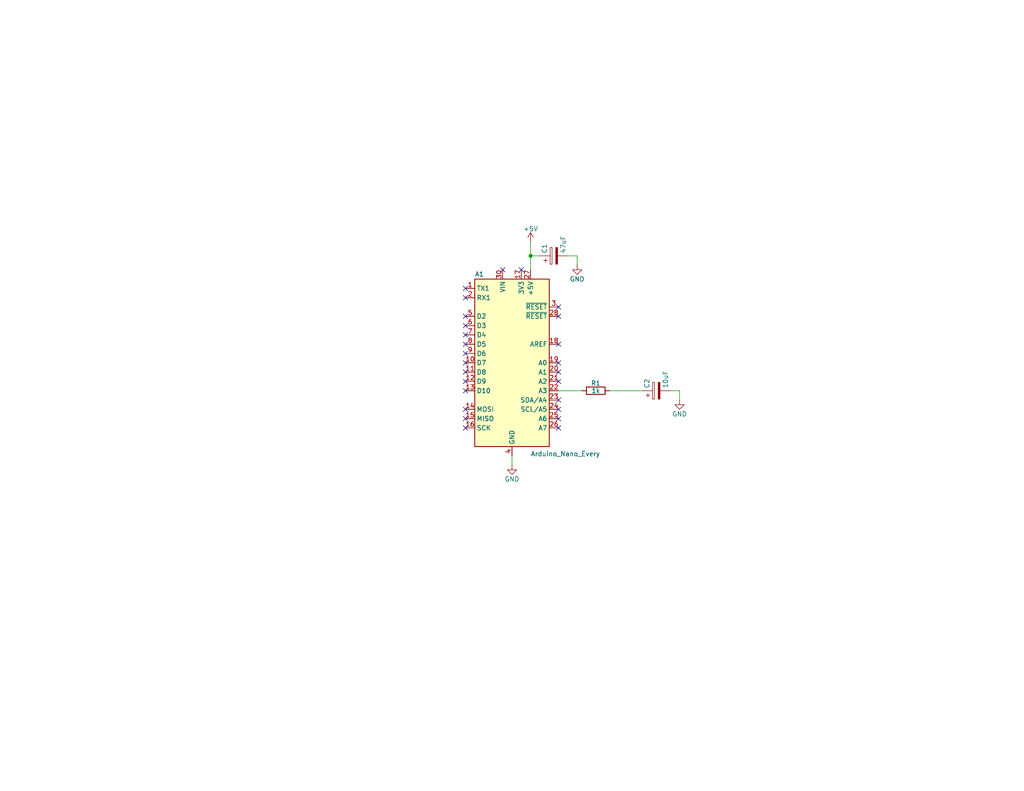
<source format=kicad_sch>
(kicad_sch (version 20231120) (generator "eeschema") (generator_version "8.0")
  (paper "A")
  (title_block (title "Power Loss Detection") (company "Perry Leumas") (comment 1 "Source: https://www.youtube.com/watch?v=i2YsKacRZOs&t=392s"))
  (lib_symbols
    (symbol "Device:C_Polarized" (pin_numbers hide) (pin_names (offset 0.254))
      (property "Reference" "C" (at 0.635 2.54 0))
      (property "Value" "C_Polarized" (at 0.635 -2.54 0))
      (symbol "C_Polarized_0_1"
        (rectangle (start -2.286 0.508) (end 2.286 1.016))
        (polyline (pts (xy -1.778 2.286) (xy -0.762 2.286)))
        (polyline (pts (xy -1.27 2.794) (xy -1.27 1.778)))
        (rectangle (start 2.286 -0.508) (end -2.286 -1.016) (fill (type outline)))
      )
      (symbol "C_Polarized_1_1"
        (pin passive line (at 0 3.81 270) (length 2.794) (name "~") (number "1"))
        (pin passive line (at 0 -3.81 90) (length 2.794) (name "~") (number "2"))
      )
    )
    (symbol "Device:R" (pin_numbers hide) (pin_names (offset 0))
      (property "Reference" "R" (at 2.032 0 90))
      (property "Value" "R" (at 0 0 90))
      (symbol "R_0_1"
        (rectangle (start -1.016 -2.54) (end 1.016 2.54) (stroke (width 0.254)))
      )
      (symbol "R_1_1"
        (pin passive line (at 0 3.81 270) (length 1.27) (name "~") (number "1"))
        (pin passive line (at 0 -3.81 90) (length 1.27) (name "~") (number "2"))
      )
    )
    (symbol "MCU_Module:Arduino_Nano_Every"
      (property "Reference" "A" (at -10.16 23.495 0))
      (property "Value" "Arduino_Nano_Every" (at 5.08 -24.13 0))
      (symbol "Arduino_Nano_Every_0_1"
        (rectangle (start -10.16 22.86) (end 10.16 -22.86) (stroke (width 0.254)) (fill (type background)))
      )
      (symbol "Arduino_Nano_Every_1_1"
        (pin bidirectional line (at -12.7 20.32 0) (length 2.54) (name "TX1") (number "1"))
        (pin bidirectional line (at -12.7 0 0) (length 2.54) (name "D7") (number "10"))
        (pin bidirectional line (at -12.7 -2.54 0) (length 2.54) (name "D8") (number "11"))
        (pin bidirectional line (at -12.7 -5.08 0) (length 2.54) (name "D9") (number "12"))
        (pin bidirectional line (at -12.7 -7.62 0) (length 2.54) (name "D10") (number "13"))
        (pin bidirectional line (at -12.7 -12.7 0) (length 2.54) (name "MOSI") (number "14"))
        (pin bidirectional line (at -12.7 -15.24 0) (length 2.54) (name "MISO") (number "15"))
        (pin bidirectional line (at -12.7 -17.78 0) (length 2.54) (name "SCK") (number "16"))
        (pin power_out line (at 2.54 25.4 270) (length 2.54) (name "3V3") (number "17"))
        (pin input line (at 12.7 5.08 180) (length 2.54) (name "AREF") (number "18"))
        (pin bidirectional line (at 12.7 0 180) (length 2.54) (name "A0") (number "19"))
        (pin bidirectional line (at -12.7 17.78 0) (length 2.54) (name "RX1") (number "2"))
        (pin bidirectional line (at 12.7 -2.54 180) (length 2.54) (name "A1") (number "20"))
        (pin bidirectional line (at 12.7 -5.08 180) (length 2.54) (name "A2") (number "21"))
        (pin bidirectional line (at 12.7 -7.62 180) (length 2.54) (name "A3") (number "22"))
        (pin bidirectional line (at 12.7 -10.16 180) (length 2.54) (name "SDA/A4") (number "23"))
        (pin bidirectional line (at 12.7 -12.7 180) (length 2.54) (name "SCL/A5") (number "24"))
        (pin bidirectional line (at 12.7 -15.24 180) (length 2.54) (name "A6") (number "25"))
        (pin bidirectional line (at 12.7 -17.78 180) (length 2.54) (name "A7") (number "26"))
        (pin power_out line (at 5.08 25.4 270) (length 2.54) (name "+5V") (number "27"))
        (pin input line (at 12.7 12.7 180) (length 2.54) (name "~{RESET}") (number "28"))
        (pin passive line (at 0 -25.4 90) (length 2.54) hide (name "GND") (number "29"))
        (pin input line (at 12.7 15.24 180) (length 2.54) (name "~{RESET}") (number "3"))
        (pin power_in line (at -2.54 25.4 270) (length 2.54) (name "VIN") (number "30"))
        (pin power_in line (at 0 -25.4 90) (length 2.54) (name "GND") (number "4"))
        (pin bidirectional line (at -12.7 12.7 0) (length 2.54) (name "D2") (number "5"))
        (pin bidirectional line (at -12.7 10.16 0) (length 2.54) (name "D3") (number "6"))
        (pin bidirectional line (at -12.7 7.62 0) (length 2.54) (name "D4") (number "7"))
        (pin bidirectional line (at -12.7 5.08 0) (length 2.54) (name "D5") (number "8"))
        (pin bidirectional line (at -12.7 2.54 0) (length 2.54) (name "D6") (number "9"))
      )
    )
    (symbol "power:+5V" (power) (pin_numbers hide) (pin_names (offset 0) hide)
      (property "Value" "+5V" (at 0 3.556 0))
      (symbol "+5V_0_1"
        (polyline (pts (xy -0.762 1.27) (xy 0 2.54)))
        (polyline (pts (xy 0 0) (xy 0 2.54)))
        (polyline (pts (xy 0 2.54) (xy 0.762 1.27)))
      )
      (symbol "+5V_1_1"
        (pin power_in line (at 0 0 90) (length 0) (name "~") (number "1"))
      )
    )
    (symbol "power:GND" (power) (pin_numbers hide) (pin_names (offset 0) hide)
      (property "Value" "GND" (at 0 -3.81 0))
      (symbol "GND_0_1"
        (polyline (pts (xy 0 0) (xy 0 -1.27) (xy 1.27 -1.27) (xy 0 -2.54) (xy -1.27 -1.27) (xy 0 -1.27)))
      )
      (symbol "GND_1_1"
        (pin power_in line (at 0 0 270) (length 0) (name "~") (number "1"))
      )
    )
  )
  (junction (at 144.78 69.85))
  (no_connect (at 152.4 114.3))
  (no_connect (at 152.4 101.6))
  (no_connect (at 127 86.36))
  (no_connect (at 152.4 109.22))
  (no_connect (at 127 78.74))
  (no_connect (at 127 114.3))
  (no_connect (at 142.24 73.66))
  (no_connect (at 127 106.68))
  (no_connect (at 127 111.76))
  (no_connect (at 152.4 86.36))
  (no_connect (at 127 96.52))
  (no_connect (at 127 91.44))
  (no_connect (at 152.4 83.82))
  (no_connect (at 127 101.6))
  (no_connect (at 127 88.9))
  (no_connect (at 137.16 73.66))
  (no_connect (at 152.4 111.76))
  (no_connect (at 127 81.28))
  (no_connect (at 152.4 99.06))
  (no_connect (at 127 104.14))
  (no_connect (at 152.4 93.98))
  (no_connect (at 152.4 104.14))
  (no_connect (at 127 99.06))
  (no_connect (at 127 116.84))
  (no_connect (at 152.4 116.84))
  (no_connect (at 127 93.98))
  (wire (pts (xy 166.37 106.68) (xy 175.26 106.68)))
  (wire (pts (xy 154.94 69.85) (xy 157.48 69.85)))
  (wire (pts (xy 144.78 69.85) (xy 144.78 73.66)))
  (wire (pts (xy 185.42 109.22) (xy 185.42 106.68)))
  (wire (pts (xy 185.42 106.68) (xy 182.88 106.68)))
  (wire (pts (xy 152.4 106.68) (xy 158.75 106.68)))
  (wire (pts (xy 144.78 69.85) (xy 147.32 69.85)))
  (wire (pts (xy 144.78 66.04) (xy 144.78 69.85)))
  (wire (pts (xy 157.48 69.85) (xy 157.48 72.39)))
  (wire (pts (xy 139.7 124.46) (xy 139.7 127)))
  (symbol (lib_id "power:GND") (at 157.48 72.39 0) (unit 1)
    (property "Reference" "#PWR02" (effects (hide yes)))
    (property "Value" "GND" (at 157.48 76.2 0))
    (property "Description" "Power symbol creates a global label with name \"GND\" , ground" (effects (hide yes)))
  )
  (symbol (lib_id "power:GND") (at 185.42 109.22 0) (unit 1)
    (property "Reference" "#PWR03" (effects (hide yes)))
    (property "Value" "GND" (at 185.42 113.03 0))
    (property "Description" "Power symbol creates a global label with name \"GND\" , ground" (effects (hide yes)))
  )
  (symbol (lib_id "Device:C_Polarized") (at 151.13 69.85 90) (unit 1)
    (property "Reference" "C1" (at 148.59 69.215 0) (effects (justify left)))
    (property "Value" "47uF" (at 153.67 69.215 0) (effects (justify left)))
    (property "Description" "Polarized capacitor" (effects (hide yes)))
  )
  (symbol (lib_id "Device:C_Polarized") (at 179.07 106.68 90) (unit 1)
    (property "Reference" "C2" (at 176.53 106.045 0) (effects (justify left)))
    (property "Value" "10uF" (at 181.61 106.045 0) (effects (justify left)))
    (property "Description" "Polarized capacitor" (effects (hide yes)))
  )
  (symbol (lib_id "power:+5V") (at 144.78 66.04 0) (unit 1)
    (property "Reference" "#PWR01" (effects (hide yes)))
    (property "Value" "+5V" (at 144.78 62.484 0))
    (property "Description" "Power symbol creates a global label with name \"+5V\"" (effects (hide yes)))
  )
  (symbol (lib_id "MCU_Module:Arduino_Nano_Every") (at 139.7 99.06 0) (unit 1)
    (property "Reference" "A1" (at 129.54 75.565 0) (effects (justify left bottom)))
    (property "Value" "Arduino_Nano_Every" (at 144.78 123.19 0) (effects (justify left top)))
    (property "Footprint" "Module:Arduino_Nano" (effects (hide yes)))
    (property "Datasheet" "https://content.arduino.cc/assets/NANOEveryV3.0_sch.pdf" (effects (hide yes)))
    (property "Description" "Arduino Nano Every" (effects (hide yes)))
  )
  (symbol (lib_id "Device:R") (at 162.56 106.68 90) (unit 1)
    (property "Reference" "R1" (at 162.56 104.648 90))
    (property "Value" "1k" (at 162.56 106.68 90))
    (property "Description" "Resistor" (effects (hide yes)))
  )
  (symbol (lib_id "power:GND") (at 139.7 127 0) (unit 1)
    (property "Reference" "#PWR04" (effects (hide yes)))
    (property "Value" "GND" (at 139.7 130.81 0))
    (property "Description" "Power symbol creates a global label with name \"GND\" , ground" (effects (hide yes)))
  )
)
</source>
